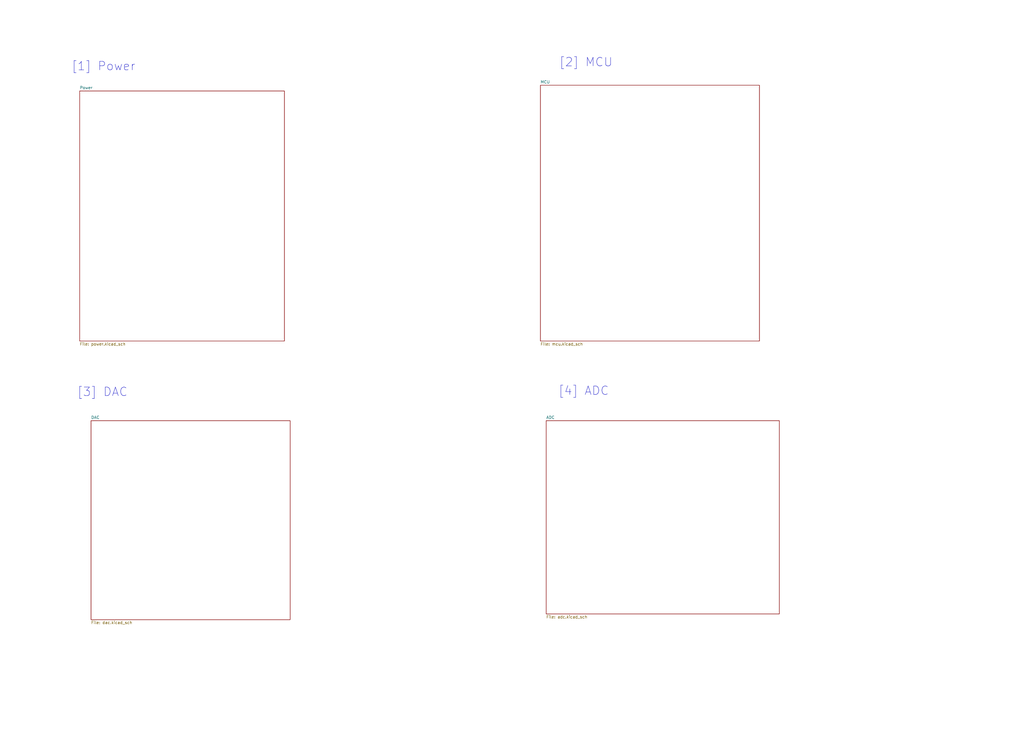
<source format=kicad_sch>
(kicad_sch
	(version 20250114)
	(generator "eeschema")
	(generator_version "9.0")
	(uuid "e71502b9-0eee-4f6d-8325-0b2ddd7bcfbd")
	(paper "User" 457.2 330.2)
	(title_block
		(title "PHIL Board")
		(date "2026-01-30")
		(rev "1")
		(company "Ryan Jeronimus")
	)
	(lib_symbols)
	(text "[4] ADC\n"
		(exclude_from_sim no)
		(at 260.604 174.752 0)
		(effects
			(font
				(size 3.81 3.81)
			)
		)
		(uuid "1cc14cfb-e89f-4b54-b56e-cd80dff17452")
	)
	(text "[2] MCU"
		(exclude_from_sim no)
		(at 261.62 27.94 0)
		(effects
			(font
				(size 3.81 3.81)
			)
		)
		(uuid "35808191-a3c6-486e-8d3a-b09010bafc9b")
	)
	(text "[1] Power"
		(exclude_from_sim no)
		(at 46.228 29.718 0)
		(effects
			(font
				(size 3.81 3.81)
			)
		)
		(uuid "6c9fb970-c518-4c43-b42f-d17e62e663a8")
	)
	(text "[3] DAC\n"
		(exclude_from_sim no)
		(at 45.72 175.26 0)
		(effects
			(font
				(size 3.81 3.81)
			)
		)
		(uuid "a972e36e-54bc-4e04-9979-23eaedb23c8d")
	)
	(sheet
		(at 35.56 40.64)
		(size 91.44 111.76)
		(exclude_from_sim no)
		(in_bom yes)
		(on_board yes)
		(dnp no)
		(fields_autoplaced yes)
		(stroke
			(width 0.1524)
			(type solid)
		)
		(fill
			(color 0 0 0 0.0000)
		)
		(uuid "0941a2dc-af85-42f1-8cfa-ecbadd9fe23a")
		(property "Sheetname" "Power"
			(at 35.56 39.9284 0)
			(effects
				(font
					(size 1.27 1.27)
				)
				(justify left bottom)
			)
		)
		(property "Sheetfile" "power.kicad_sch"
			(at 35.56 152.9846 0)
			(effects
				(font
					(size 1.27 1.27)
				)
				(justify left top)
			)
		)
		(instances
			(project "phil_board"
				(path "/e71502b9-0eee-4f6d-8325-0b2ddd7bcfbd"
					(page "2")
				)
			)
		)
	)
	(sheet
		(at 40.64 187.96)
		(size 88.9 88.9)
		(exclude_from_sim no)
		(in_bom yes)
		(on_board yes)
		(dnp no)
		(fields_autoplaced yes)
		(stroke
			(width 0.1524)
			(type solid)
		)
		(fill
			(color 0 0 0 0.0000)
		)
		(uuid "1661b0d9-6281-4fa7-9d2f-efc8563db2a4")
		(property "Sheetname" "DAC"
			(at 40.64 187.2484 0)
			(effects
				(font
					(size 1.27 1.27)
				)
				(justify left bottom)
			)
		)
		(property "Sheetfile" "dac.kicad_sch"
			(at 40.64 277.4446 0)
			(effects
				(font
					(size 1.27 1.27)
				)
				(justify left top)
			)
		)
		(instances
			(project "phil_board"
				(path "/e71502b9-0eee-4f6d-8325-0b2ddd7bcfbd"
					(page "4")
				)
			)
		)
	)
	(sheet
		(at 243.84 187.96)
		(size 104.14 86.36)
		(exclude_from_sim no)
		(in_bom yes)
		(on_board yes)
		(dnp no)
		(fields_autoplaced yes)
		(stroke
			(width 0.1524)
			(type solid)
		)
		(fill
			(color 0 0 0 0.0000)
		)
		(uuid "94fc4386-3540-443f-bc63-85edaea8f27d")
		(property "Sheetname" "ADC"
			(at 243.84 187.2484 0)
			(effects
				(font
					(size 1.27 1.27)
				)
				(justify left bottom)
			)
		)
		(property "Sheetfile" "adc.kicad_sch"
			(at 243.84 274.9046 0)
			(effects
				(font
					(size 1.27 1.27)
				)
				(justify left top)
			)
		)
		(instances
			(project "phil_board"
				(path "/e71502b9-0eee-4f6d-8325-0b2ddd7bcfbd"
					(page "5")
				)
			)
		)
	)
	(sheet
		(at 241.3 38.1)
		(size 97.79 114.3)
		(exclude_from_sim no)
		(in_bom yes)
		(on_board yes)
		(dnp no)
		(fields_autoplaced yes)
		(stroke
			(width 0.1524)
			(type solid)
		)
		(fill
			(color 0 0 0 0.0000)
		)
		(uuid "cf566bc5-6961-4a19-8dc3-49b52b12add4")
		(property "Sheetname" "MCU"
			(at 241.3 37.3884 0)
			(effects
				(font
					(size 1.27 1.27)
				)
				(justify left bottom)
			)
		)
		(property "Sheetfile" "mcu.kicad_sch"
			(at 241.3 152.9846 0)
			(effects
				(font
					(size 1.27 1.27)
				)
				(justify left top)
			)
		)
		(instances
			(project "phil_board"
				(path "/e71502b9-0eee-4f6d-8325-0b2ddd7bcfbd"
					(page "3")
				)
			)
		)
	)
	(sheet_instances
		(path "/"
			(page "1")
		)
	)
	(embedded_fonts no)
)

</source>
